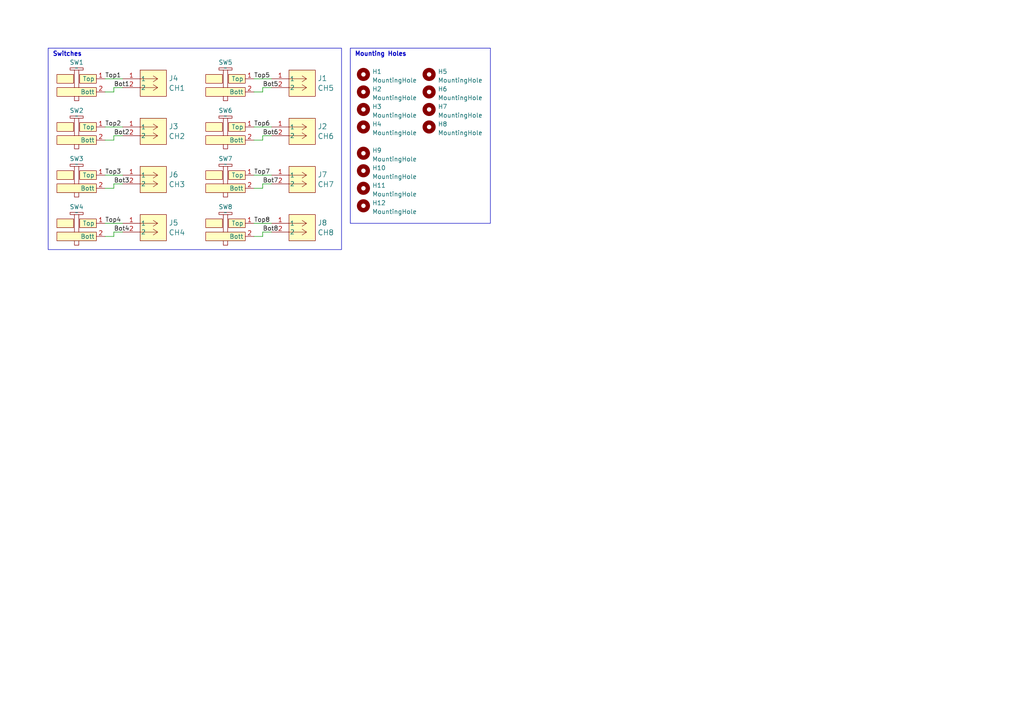
<source format=kicad_sch>
(kicad_sch (version 20230121) (generator eeschema)
  (paper "A4")
  (title_block (title "QRET Screw Switch PCB (2025)") (date "2025-03-06") (comment 2 "Authors: Kennan Bays, Owen Price"))
  (lib_symbols
    (symbol "CONN_2-1445057-2_TYCO:2-1445057-2" (pin_names (offset 0.254))
      (property "Reference" "J" (at 8.89 6.35 0))
      (property "Value" "2-1445057-2" (at 0 3.81 0))
      (symbol "2-1445057-2_1_1"
        (polyline (pts (xy 10.16 -2.54) (xy 5.08 -2.54)) (stroke (width 0.127)))
        (polyline (pts (xy 10.16 -2.54) (xy 8.89 -3.3867)) (stroke (width 0.127)))
        (polyline (pts (xy 10.16 -2.54) (xy 8.89 -1.6933)) (stroke (width 0.127)))
        (polyline (pts (xy 10.16 0) (xy 5.08 0)) (stroke (width 0.127)))
        (polyline (pts (xy 10.16 0) (xy 8.89 -0.8467)) (stroke (width 0.127)))
        (polyline (pts (xy 10.16 0) (xy 8.89 0.8467)) (stroke (width 0.127)))
        (rectangle (start 5.08 2.54) (end 12.7 -5.08) (fill (type background)))
        (pin passive line (at 0 0 0) (length 5.08) (name "1") (number "1"))
        (pin passive line (at 0 -2.54 0) (length 5.08) (name "2") (number "2"))
      )
      (symbol "2-1445057-2_1_2"
        (polyline (pts (xy 5.08 -5.08) (xy 12.7 -5.08)) (stroke (width 0.127)))
        (polyline (pts (xy 5.08 2.54) (xy 5.08 -5.08)) (stroke (width 0.127)))
        (polyline (pts (xy 7.62 -2.54) (xy 5.08 -2.54)) (stroke (width 0.127)))
        (polyline (pts (xy 7.62 -2.54) (xy 8.89 -3.3867)) (stroke (width 0.127)))
        (polyline (pts (xy 7.62 -2.54) (xy 8.89 -1.6933)) (stroke (width 0.127)))
        (polyline (pts (xy 7.62 0) (xy 5.08 0)) (stroke (width 0.127)))
        (polyline (pts (xy 7.62 0) (xy 8.89 -0.8467)) (stroke (width 0.127)))
        (polyline (pts (xy 7.62 0) (xy 8.89 0.8467)) (stroke (width 0.127)))
        (polyline (pts (xy 12.7 -5.08) (xy 12.7 2.54)) (stroke (width 0.127)))
        (polyline (pts (xy 12.7 2.54) (xy 5.08 2.54)) (stroke (width 0.127)))
        (pin unspecified line (at 0 0 0) (length 5.08) (name "1") (number "1"))
        (pin unspecified line (at 0 -2.54 0) (length 5.08) (name "2") (number "2"))
      )
    )
    (symbol "Mechanical:MountingHole" (pin_names (offset 1.016))
      (property "Reference" "H" (at 0 5.08 0))
      (property "Value" "MountingHole" (at 0 3.175 0))
      (symbol "MountingHole_0_1"
        (circle (center 0 0) (radius 1.27) (stroke (width 1.27)))
      )
    )
    (symbol "ScrewSwitchSymbols:ScrewSwitch"
      (property "Reference" "SW" (at 0 1.27 0))
      (symbol "ScrewSwitch_0_1"
        (rectangle (start -1.905 0) (end 1.905 -0.635))
        (polyline (pts (xy -0.635 -0.635) (xy -0.635 -5.715)))
        (polyline (pts (xy 0.635 -0.635) (xy 0.635 -5.715)))
        (polyline (pts (xy 0.635 -8.255) (xy 0.635 -9.525) (xy -0.635 -9.525) (xy -0.635 -8.255)))
      )
      (symbol "ScrewSwitch_1_1"
        (rectangle (start -5.715 -5.715) (end 5.715 -8.255) (fill (type background)))
        (rectangle (start -5.715 -1.905) (end -0.889 -4.445) (fill (type background)))
        (rectangle (start 0.889 -1.905) (end 5.715 -4.445) (fill (type background)))
        (pin passive line (at 8.255 -3.175 180) (length 2.54) (name "Top") (number "1"))
        (pin passive line (at 8.255 -6.985 180) (length 2.54) (name "Bott") (number "2"))
      )
    )
  )
  (wire (pts (xy 33.02 68.58) (xy 30.48 68.58)))
  (wire (pts (xy 30.48 36.83) (xy 35.56 36.83)))
  (wire (pts (xy 76.2 67.31) (xy 76.2 68.58)))
  (wire (pts (xy 33.02 39.37) (xy 33.02 40.64)))
  (wire (pts (xy 78.74 39.37) (xy 76.2 39.37)))
  (wire (pts (xy 73.66 50.8) (xy 78.74 50.8)))
  (wire (pts (xy 35.56 53.34) (xy 33.02 53.34)))
  (wire (pts (xy 30.48 22.86) (xy 35.56 22.86)))
  (wire (pts (xy 73.66 22.86) (xy 78.74 22.86)))
  (wire (pts (xy 73.66 64.77) (xy 78.74 64.77)))
  (wire (pts (xy 76.2 25.4) (xy 76.2 26.67)))
  (wire (pts (xy 35.56 67.31) (xy 33.02 67.31)))
  (wire (pts (xy 30.48 64.77) (xy 35.56 64.77)))
  (wire (pts (xy 33.02 67.31) (xy 33.02 68.58)))
  (wire (pts (xy 33.02 26.67) (xy 30.48 26.67)))
  (wire (pts (xy 78.74 53.34) (xy 76.2 53.34)))
  (wire (pts (xy 30.48 50.8) (xy 35.56 50.8)))
  (wire (pts (xy 33.02 53.34) (xy 33.02 54.61)))
  (wire (pts (xy 76.2 40.64) (xy 73.66 40.64)))
  (wire (pts (xy 33.02 25.4) (xy 33.02 26.67)))
  (wire (pts (xy 78.74 25.4) (xy 76.2 25.4)))
  (wire (pts (xy 33.02 54.61) (xy 30.48 54.61)))
  (wire (pts (xy 76.2 54.61) (xy 73.66 54.61)))
  (wire (pts (xy 35.56 25.4) (xy 33.02 25.4)))
  (wire (pts (xy 78.74 67.31) (xy 76.2 67.31)))
  (wire (pts (xy 76.2 26.67) (xy 73.66 26.67)))
  (wire (pts (xy 73.66 36.83) (xy 78.74 36.83)))
  (wire (pts (xy 33.02 40.64) (xy 30.48 40.64)))
  (wire (pts (xy 35.56 39.37) (xy 33.02 39.37)))
  (wire (pts (xy 76.2 68.58) (xy 73.66 68.58)))
  (wire (pts (xy 76.2 39.37) (xy 76.2 40.64)))
  (wire (pts (xy 76.2 53.34) (xy 76.2 54.61)))
  (rectangle (start 13.97 13.97) (end 99.06 72.39))
  (rectangle (start 101.6 13.97) (end 142.24 64.77))
  (text "Switches" (at 15.24 16.51 0) (effects (font (size 1.27 1.27) (thickness 0.254) bold) (justify left bottom)))
  (text "Mounting Holes" (at 102.87 16.51 0) (effects (font (size 1.27 1.27) (thickness 0.254) bold) (justify left bottom)))
  (label "Bot1" (at 33.02 25.4 0))
  (label "Top8" (at 73.66 64.77 0))
  (label "Bot5" (at 76.2 25.4 0))
  (label "Bot4" (at 33.02 67.31 0))
  (label "Bot2" (at 33.02 39.37 0))
  (label "Bot6" (at 76.2 39.37 0))
  (label "Top7" (at 73.66 50.8 0))
  (label "Top1" (at 30.48 22.86 0))
  (label "Top6" (at 73.66 36.83 0))
  (label "Top5" (at 73.66 22.86 0))
  (label "Bot8" (at 76.2 67.31 0))
  (label "Top2" (at 30.48 36.83 0))
  (label "Bot3" (at 33.02 53.34 0))
  (label "Top4" (at 30.48 64.77 0))
  (label "Bot7" (at 76.2 53.34 0))
  (label "Top3" (at 30.48 50.8 0))
  (symbol (lib_id "ScrewSwitchSymbols:ScrewSwitch") (at 65.405 61.595 0) (unit 1)
    (property "Reference" "SW8" (at 65.405 60.0019 0))
    (property "Value" "~" (at 65.405 61.595 0))
    (property "Footprint" "ScrewSwitchLibrary:ScrewSwitchNew" (effects hide))
  )
  (symbol (lib_id "Mechanical:MountingHole") (at 124.46 31.75 0) (unit 1) (in_bom no)
    (property "Reference" "H7" (at 127 30.9153 0) (effects (justify left)))
    (property "Value" "MountingHole" (at 127 33.4522 0) (effects (justify left)))
    (property "Footprint" "MountingHole:MountingHole_3.2mm_M3_ISO14580_Pad" (effects hide))
  )
  (symbol (lib_id "ScrewSwitchSymbols:ScrewSwitch") (at 22.225 19.685 0) (unit 1)
    (property "Reference" "SW1" (at 22.225 18.0919 0))
    (property "Value" "~" (at 22.225 19.685 0))
    (property "Footprint" "ScrewSwitchLibrary:ScrewSwitchNew" (effects hide))
  )
  (symbol (lib_id "CONN_2-1445057-2_TYCO:2-1445057-2") (at 78.74 50.8 0) (unit 1)
    (property "Reference" "J7" (at 92.0749 50.6536 0) (effects (font (size 1.524 1.524)) (justify left)))
    (property "Value" "CH7" (at 92.0749 53.4864 0) (effects (font (size 1.524 1.524)) (justify left)))
    (property "Footprint" "footprints:CONN_2-1445057-2_TYCO" (effects hide))
    (property "Datasheet" "2-1445057-2" (effects hide))
    (property "Digikey" "2-1445057-2" (effects hide))
  )
  (symbol (lib_id "ScrewSwitchSymbols:ScrewSwitch") (at 65.405 33.655 0) (unit 1)
    (property "Reference" "SW6" (at 65.405 32.0619 0))
    (property "Value" "~" (at 65.405 33.655 0))
    (property "Footprint" "ScrewSwitchLibrary:ScrewSwitchNew" (effects hide))
  )
  (symbol (lib_id "ScrewSwitchSymbols:ScrewSwitch") (at 22.225 47.625 0) (unit 1)
    (property "Reference" "SW3" (at 22.225 46.0319 0))
    (property "Value" "~" (at 22.225 47.625 0))
    (property "Footprint" "ScrewSwitchLibrary:ScrewSwitchNew" (effects hide))
  )
  (symbol (lib_id "Mechanical:MountingHole") (at 124.46 26.67 0) (unit 1) (in_bom no)
    (property "Reference" "H6" (at 127 25.8353 0) (effects (justify left)))
    (property "Value" "MountingHole" (at 127 28.3722 0) (effects (justify left)))
    (property "Footprint" "MountingHole:MountingHole_3.2mm_M3_ISO14580_Pad" (effects hide))
  )
  (symbol (lib_id "CONN_2-1445057-2_TYCO:2-1445057-2") (at 35.56 50.8 0) (unit 1)
    (property "Reference" "J6" (at 48.8949 50.6536 0) (effects (font (size 1.524 1.524)) (justify left)))
    (property "Value" "CH3" (at 48.8949 53.4864 0) (effects (font (size 1.524 1.524)) (justify left)))
    (property "Footprint" "footprints:CONN_2-1445057-2_TYCO" (effects hide))
    (property "Datasheet" "2-1445057-2" (effects hide))
    (property "Digikey" "2-1445057-2" (effects hide))
  )
  (symbol (lib_id "CONN_2-1445057-2_TYCO:2-1445057-2") (at 78.74 22.86 0) (unit 1)
    (property "Reference" "J1" (at 92.0749 22.7136 0) (effects (font (size 1.524 1.524)) (justify left)))
    (property "Value" "CH5" (at 92.0749 25.5464 0) (effects (font (size 1.524 1.524)) (justify left)))
    (property "Footprint" "footprints:CONN_2-1445057-2_TYCO" (effects hide))
    (property "Datasheet" "2-1445057-2" (effects hide))
    (property "Digikey" "2-1445057-2" (effects hide))
  )
  (symbol (lib_id "Mechanical:MountingHole") (at 105.41 44.45 0) (unit 1) (in_bom no)
    (property "Reference" "H9" (at 107.95 43.6153 0) (effects (justify left)))
    (property "Value" "MountingHole" (at 107.95 46.1522 0) (effects (justify left)))
    (property "Footprint" "MountingHole:MountingHole_3.2mm_M3_ISO14580_Pad" (effects hide))
  )
  (symbol (lib_id "CONN_2-1445057-2_TYCO:2-1445057-2") (at 35.56 22.86 0) (unit 1)
    (property "Reference" "J4" (at 48.8949 22.7136 0) (effects (font (size 1.524 1.524)) (justify left)))
    (property "Value" "CH1" (at 48.8949 25.5464 0) (effects (font (size 1.524 1.524)) (justify left)))
    (property "Footprint" "footprints:CONN_2-1445057-2_TYCO" (effects hide))
    (property "Datasheet" "2-1445057-2" (effects hide))
    (property "Digikey" "2-1445057-2" (effects hide))
  )
  (symbol (lib_id "Mechanical:MountingHole") (at 105.41 36.83 0) (unit 1) (in_bom no)
    (property "Reference" "H4" (at 107.95 35.9953 0) (effects (justify left)))
    (property "Value" "MountingHole" (at 107.95 38.5322 0) (effects (justify left)))
    (property "Footprint" "MountingHole:MountingHole_3.2mm_M3_ISO14580_Pad" (effects hide))
  )
  (symbol (lib_id "Mechanical:MountingHole") (at 105.41 49.53 0) (unit 1) (in_bom no)
    (property "Reference" "H10" (at 107.95 48.6953 0) (effects (justify left)))
    (property "Value" "MountingHole" (at 107.95 51.2322 0) (effects (justify left)))
    (property "Footprint" "MountingHole:MountingHole_3.2mm_M3_ISO14580_Pad" (effects hide))
  )
  (symbol (lib_id "ScrewSwitchSymbols:ScrewSwitch") (at 65.405 19.685 0) (unit 1)
    (property "Reference" "SW5" (at 65.405 18.0919 0))
    (property "Value" "~" (at 65.405 19.685 0))
    (property "Footprint" "ScrewSwitchLibrary:ScrewSwitchNew" (effects hide))
  )
  (symbol (lib_id "Mechanical:MountingHole") (at 105.41 54.61 0) (unit 1) (in_bom no)
    (property "Reference" "H11" (at 107.95 53.7753 0) (effects (justify left)))
    (property "Value" "MountingHole" (at 107.95 56.3122 0) (effects (justify left)))
    (property "Footprint" "MountingHole:MountingHole_3.2mm_M3_ISO14580_Pad" (effects hide))
  )
  (symbol (lib_id "Mechanical:MountingHole") (at 124.46 36.83 0) (unit 1) (in_bom no)
    (property "Reference" "H8" (at 127 35.9953 0) (effects (justify left)))
    (property "Value" "MountingHole" (at 127 38.5322 0) (effects (justify left)))
    (property "Footprint" "MountingHole:MountingHole_3.2mm_M3_ISO14580_Pad" (effects hide))
  )
  (symbol (lib_id "Mechanical:MountingHole") (at 105.41 26.67 0) (unit 1) (in_bom no)
    (property "Reference" "H2" (at 107.95 25.8353 0) (effects (justify left)))
    (property "Value" "MountingHole" (at 107.95 28.3722 0) (effects (justify left)))
    (property "Footprint" "MountingHole:MountingHole_3.2mm_M3_ISO14580_Pad" (effects hide))
  )
  (symbol (lib_id "CONN_2-1445057-2_TYCO:2-1445057-2") (at 35.56 64.77 0) (unit 1)
    (property "Reference" "J5" (at 48.8949 64.6236 0) (effects (font (size 1.524 1.524)) (justify left)))
    (property "Value" "CH4" (at 48.8949 67.4564 0) (effects (font (size 1.524 1.524)) (justify left)))
    (property "Footprint" "footprints:CONN_2-1445057-2_TYCO" (effects hide))
    (property "Datasheet" "2-1445057-2" (effects hide))
    (property "Digikey" "2-1445057-2" (effects hide))
  )
  (symbol (lib_id "ScrewSwitchSymbols:ScrewSwitch") (at 22.225 33.655 0) (unit 1)
    (property "Reference" "SW2" (at 22.225 32.0619 0))
    (property "Value" "~" (at 22.225 33.655 0))
    (property "Footprint" "ScrewSwitchLibrary:ScrewSwitchNew" (effects hide))
  )
  (symbol (lib_id "CONN_2-1445057-2_TYCO:2-1445057-2") (at 78.74 36.83 0) (unit 1)
    (property "Reference" "J2" (at 92.0749 36.6836 0) (effects (font (size 1.524 1.524)) (justify left)))
    (property "Value" "CH6" (at 92.0749 39.5164 0) (effects (font (size 1.524 1.524)) (justify left)))
    (property "Footprint" "footprints:CONN_2-1445057-2_TYCO" (effects hide))
    (property "Datasheet" "2-1445057-2" (effects hide))
    (property "Digikey" "2-1445057-2" (effects hide))
  )
  (symbol (lib_id "Mechanical:MountingHole") (at 124.46 21.59 0) (unit 1) (in_bom no)
    (property "Reference" "H5" (at 127 20.7553 0) (effects (justify left)))
    (property "Value" "MountingHole" (at 127 23.2922 0) (effects (justify left)))
    (property "Footprint" "MountingHole:MountingHole_3.2mm_M3_ISO14580_Pad" (effects hide))
  )
  (symbol (lib_id "Mechanical:MountingHole") (at 105.41 21.59 0) (unit 1) (in_bom no)
    (property "Reference" "H1" (at 107.95 20.7553 0) (effects (justify left)))
    (property "Value" "MountingHole" (at 107.95 23.2922 0) (effects (justify left)))
    (property "Footprint" "MountingHole:MountingHole_3.2mm_M3_ISO14580_Pad" (effects hide))
  )
  (symbol (lib_id "CONN_2-1445057-2_TYCO:2-1445057-2") (at 35.56 36.83 0) (unit 1)
    (property "Reference" "J3" (at 48.8949 36.6836 0) (effects (font (size 1.524 1.524)) (justify left)))
    (property "Value" "CH2" (at 48.8949 39.5164 0) (effects (font (size 1.524 1.524)) (justify left)))
    (property "Footprint" "footprints:CONN_2-1445057-2_TYCO" (effects hide))
    (property "Datasheet" "2-1445057-2" (effects hide))
    (property "Digikey" "2-1445057-2" (effects hide))
  )
  (symbol (lib_id "ScrewSwitchSymbols:ScrewSwitch") (at 22.225 61.595 0) (unit 1)
    (property "Reference" "SW4" (at 22.225 60.0019 0))
    (property "Value" "~" (at 22.225 61.595 0))
    (property "Footprint" "ScrewSwitchLibrary:ScrewSwitchNew" (effects hide))
  )
  (symbol (lib_id "ScrewSwitchSymbols:ScrewSwitch") (at 65.405 47.625 0) (unit 1)
    (property "Reference" "SW7" (at 65.405 46.0319 0))
    (property "Value" "~" (at 65.405 47.625 0))
    (property "Footprint" "ScrewSwitchLibrary:ScrewSwitchNew" (effects hide))
  )
  (symbol (lib_id "Mechanical:MountingHole") (at 105.41 59.69 0) (unit 1) (in_bom no)
    (property "Reference" "H12" (at 107.95 58.8553 0) (effects (justify left)))
    (property "Value" "MountingHole" (at 107.95 61.3922 0) (effects (justify left)))
    (property "Footprint" "MountingHole:MountingHole_3.2mm_M3_ISO14580_Pad" (effects hide))
  )
  (symbol (lib_id "Mechanical:MountingHole") (at 105.41 31.75 0) (unit 1) (in_bom no)
    (property "Reference" "H3" (at 107.95 30.9153 0) (effects (justify left)))
    (property "Value" "MountingHole" (at 107.95 33.4522 0) (effects (justify left)))
    (property "Footprint" "MountingHole:MountingHole_3.2mm_M3_ISO14580_Pad" (effects hide))
  )
  (symbol (lib_id "CONN_2-1445057-2_TYCO:2-1445057-2") (at 78.74 64.77 0) (unit 1)
    (property "Reference" "J8" (at 92.0749 64.6236 0) (effects (font (size 1.524 1.524)) (justify left)))
    (property "Value" "CH8" (at 92.0749 67.4564 0) (effects (font (size 1.524 1.524)) (justify left)))
    (property "Footprint" "footprints:CONN_2-1445057-2_TYCO" (effects hide))
    (property "Datasheet" "2-1445057-2" (effects hide))
    (property "Digikey" "2-1445057-2" (effects hide))
  )
)
</source>
